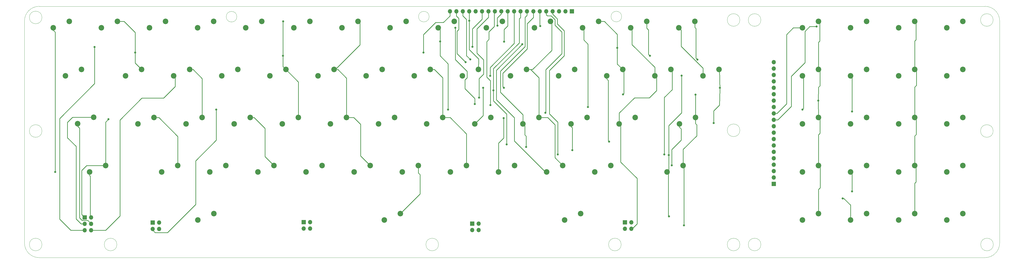
<source format=gbl>
G04 #@! TF.GenerationSoftware,KiCad,Pcbnew,(5.1.7)-1*
G04 #@! TF.CreationDate,2020-12-18T21:48:47-05:00*
G04 #@! TF.ProjectId,petkn,7065746b-6e2e-46b6-9963-61645f706362,rev?*
G04 #@! TF.SameCoordinates,Original*
G04 #@! TF.FileFunction,Copper,L2,Bot*
G04 #@! TF.FilePolarity,Positive*
%FSLAX46Y46*%
G04 Gerber Fmt 4.6, Leading zero omitted, Abs format (unit mm)*
G04 Created by KiCad (PCBNEW (5.1.7)-1) date 2020-12-18 21:48:47*
%MOMM*%
%LPD*%
G01*
G04 APERTURE LIST*
G04 #@! TA.AperFunction,Profile*
%ADD10C,0.050000*%
G04 #@! TD*
G04 #@! TA.AperFunction,ComponentPad*
%ADD11C,2.200000*%
G04 #@! TD*
G04 #@! TA.AperFunction,ComponentPad*
%ADD12O,1.700000X1.700000*%
G04 #@! TD*
G04 #@! TA.AperFunction,ComponentPad*
%ADD13R,1.700000X1.700000*%
G04 #@! TD*
G04 #@! TA.AperFunction,ViaPad*
%ADD14C,0.800000*%
G04 #@! TD*
G04 #@! TA.AperFunction,Conductor*
%ADD15C,0.250000*%
G04 #@! TD*
G04 APERTURE END LIST*
D10*
X101351853Y-52705000D02*
G75*
G03*
X101351853Y-52705000I-2101353J0D01*
G01*
X253688353Y-52641500D02*
G75*
G03*
X253688353Y-52641500I-2101353J0D01*
G01*
X177482853Y-52666500D02*
G75*
G03*
X177482853Y-52666500I-2101353J0D01*
G01*
X300500000Y-143002000D02*
G75*
G03*
X300500000Y-143002000I-2500000J0D01*
G01*
X300500000Y-54000000D02*
G75*
G03*
X300500000Y-54000000I-2500000J0D01*
G01*
X300500000Y-97726500D02*
G75*
G03*
X300500000Y-97726500I-2500000J0D01*
G01*
X17272000Y-54419500D02*
X17272000Y-142367000D01*
X403352000Y-54419500D02*
X403352000Y-142367000D01*
X23114000Y-48577500D02*
X397510000Y-48577500D01*
X24217000Y-98000000D02*
G75*
G03*
X24217000Y-98000000I-2500000J0D01*
G01*
X24217000Y-53000000D02*
G75*
G03*
X24217000Y-53000000I-2500000J0D01*
G01*
X400772000Y-98000000D02*
G75*
G03*
X400772000Y-98000000I-2500000J0D01*
G01*
X23114000Y-148209000D02*
X397510000Y-148209000D01*
X397510000Y-48577500D02*
G75*
G02*
X403352000Y-54419500I0J-5842000D01*
G01*
X53871500Y-143000000D02*
G75*
G03*
X53871500Y-143000000I-2500000J0D01*
G01*
X24217000Y-143000000D02*
G75*
G03*
X24217000Y-143000000I-2500000J0D01*
G01*
X181189000Y-143000000D02*
G75*
G03*
X181189000Y-143000000I-2500000J0D01*
G01*
X253515500Y-143000000D02*
G75*
G03*
X253515500Y-143000000I-2500000J0D01*
G01*
X308824000Y-143000000D02*
G75*
G03*
X308824000Y-143000000I-2500000J0D01*
G01*
X400835500Y-143000000D02*
G75*
G03*
X400835500Y-143000000I-2500000J0D01*
G01*
X17272000Y-54419500D02*
G75*
G02*
X23114000Y-48577500I5842000J0D01*
G01*
X403352000Y-142367000D02*
G75*
G02*
X397510000Y-148209000I-5842000J0D01*
G01*
X308824000Y-54000000D02*
G75*
G03*
X308824000Y-54000000I-2500000J0D01*
G01*
X23114000Y-148209000D02*
G75*
G02*
X17272000Y-142367000I0J5842000D01*
G01*
X400772000Y-54000000D02*
G75*
G03*
X400772000Y-54000000I-2500000J0D01*
G01*
D11*
X159728000Y-133286500D03*
X166078000Y-130746500D03*
D12*
X70548500Y-136842500D03*
X68008500Y-136842500D03*
X70548500Y-134302500D03*
D13*
X68008500Y-134302500D03*
D12*
X130365500Y-136652000D03*
X127825500Y-136652000D03*
X130365500Y-134112000D03*
D13*
X127825500Y-134112000D03*
D12*
X197040500Y-137223500D03*
X194500500Y-137223500D03*
X197040500Y-134683500D03*
D13*
X194500500Y-134683500D03*
D12*
X257556000Y-136715500D03*
X255016000Y-136715500D03*
X257556000Y-134175500D03*
D13*
X255016000Y-134175500D03*
D12*
X43688000Y-137350500D03*
X41148000Y-137350500D03*
X43688000Y-134810500D03*
X41148000Y-134810500D03*
X43688000Y-132270500D03*
D13*
X41148000Y-132270500D03*
D11*
X38354000Y-95123000D03*
X44704000Y-92583000D03*
X85915500Y-133286500D03*
X92265500Y-130746500D03*
X35052000Y-54546500D03*
X28702000Y-57086500D03*
X271691000Y-114251500D03*
X278041000Y-111711500D03*
X187452000Y-54546500D03*
X181102000Y-57086500D03*
D12*
X313944000Y-70739000D03*
X313944000Y-73279000D03*
X313944000Y-75819000D03*
X313944000Y-78359000D03*
X313944000Y-80899000D03*
X313944000Y-83439000D03*
X313944000Y-85979000D03*
X313944000Y-88519000D03*
X313944000Y-91059000D03*
X313944000Y-93599000D03*
X313944000Y-96139000D03*
X313944000Y-98679000D03*
X313944000Y-101219000D03*
X313944000Y-103759000D03*
X313944000Y-106299000D03*
X313944000Y-108839000D03*
X313944000Y-111379000D03*
X313944000Y-113919000D03*
X313944000Y-116459000D03*
D13*
X313944000Y-118999000D03*
D11*
X200152000Y-57086500D03*
X206502000Y-54546500D03*
X196977000Y-73596500D03*
X190627000Y-76136500D03*
X66802000Y-57086500D03*
X73152000Y-54546500D03*
X219202000Y-57086500D03*
X225552000Y-54546500D03*
X344297000Y-133286500D03*
X350647000Y-130746500D03*
X111252000Y-54546500D03*
X104902000Y-57086500D03*
X143002000Y-57086500D03*
X149352000Y-54546500D03*
X231140000Y-133286500D03*
X237490000Y-130746500D03*
X276606000Y-95186500D03*
X282956000Y-92646500D03*
X43053000Y-114236500D03*
X49403000Y-111696500D03*
X33464500Y-76136500D03*
X39814500Y-73596500D03*
D12*
X185737500Y-50546000D03*
X188277500Y-50546000D03*
X190817500Y-50546000D03*
X193357500Y-50546000D03*
X195897500Y-50546000D03*
X198437500Y-50546000D03*
X200977500Y-50546000D03*
X203517500Y-50546000D03*
X206057500Y-50546000D03*
X208597500Y-50546000D03*
X211137500Y-50546000D03*
X213677500Y-50546000D03*
X216217500Y-50546000D03*
X218757500Y-50546000D03*
X221297500Y-50546000D03*
X223837500Y-50546000D03*
X226377500Y-50546000D03*
X228917500Y-50546000D03*
X231457500Y-50546000D03*
D13*
X233997500Y-50546000D03*
D11*
X388747000Y-130746500D03*
X382397000Y-133286500D03*
X252730000Y-95186500D03*
X259080000Y-92646500D03*
X273177000Y-73596500D03*
X266827000Y-76136500D03*
X263652000Y-54546500D03*
X257302000Y-57086500D03*
X369697000Y-130746500D03*
X363347000Y-133286500D03*
X325247000Y-133286500D03*
X331597000Y-130746500D03*
X285877000Y-76136500D03*
X292227000Y-73596500D03*
X276352000Y-57086500D03*
X282702000Y-54546500D03*
X388747000Y-111696500D03*
X382397000Y-114236500D03*
X344297000Y-114236500D03*
X350647000Y-111696500D03*
X243078000Y-114236500D03*
X249428000Y-111696500D03*
X211328000Y-111696500D03*
X204978000Y-114236500D03*
X166878000Y-114236500D03*
X173228000Y-111696500D03*
X135128000Y-111696500D03*
X128778000Y-114236500D03*
X90678000Y-114236500D03*
X97028000Y-111696500D03*
X369697000Y-111696500D03*
X363347000Y-114236500D03*
X325247000Y-114236500D03*
X331597000Y-111696500D03*
X224028000Y-114236500D03*
X230378000Y-111696500D03*
X192278000Y-111696500D03*
X185928000Y-114236500D03*
X147828000Y-114236500D03*
X154178000Y-111696500D03*
X116078000Y-111696500D03*
X109728000Y-114236500D03*
X71628000Y-114236500D03*
X77978000Y-111696500D03*
X388747000Y-92646500D03*
X382397000Y-95186500D03*
X344297000Y-95186500D03*
X350647000Y-92646500D03*
X233680000Y-95186500D03*
X240030000Y-92646500D03*
X201930000Y-92646500D03*
X195580000Y-95186500D03*
X157480000Y-95186500D03*
X163830000Y-92646500D03*
X125730000Y-92646500D03*
X119380000Y-95186500D03*
X81280000Y-95186500D03*
X87630000Y-92646500D03*
X369697000Y-92646500D03*
X363347000Y-95186500D03*
X325247000Y-95186500D03*
X331597000Y-92646500D03*
X214630000Y-95186500D03*
X220980000Y-92646500D03*
X182880000Y-92646500D03*
X176530000Y-95186500D03*
X138430000Y-95186500D03*
X144780000Y-92646500D03*
X106680000Y-92646500D03*
X100330000Y-95186500D03*
X62230000Y-95186500D03*
X68580000Y-92646500D03*
X388747000Y-73596500D03*
X382397000Y-76136500D03*
X344297000Y-76136500D03*
X350647000Y-73596500D03*
X228727000Y-76136500D03*
X235077000Y-73596500D03*
X152527000Y-76136500D03*
X158877000Y-73596500D03*
X120777000Y-73596500D03*
X114427000Y-76136500D03*
X76327000Y-76136500D03*
X82677000Y-73596500D03*
X369697000Y-73596500D03*
X363347000Y-76136500D03*
X325247000Y-76136500D03*
X331597000Y-73596500D03*
X254127000Y-73596500D03*
X247777000Y-76136500D03*
X209677000Y-76136500D03*
X216027000Y-73596500D03*
X177927000Y-73596500D03*
X171577000Y-76136500D03*
X133477000Y-76136500D03*
X139827000Y-73596500D03*
X101727000Y-73596500D03*
X95377000Y-76136500D03*
X57277000Y-76136500D03*
X63627000Y-73596500D03*
X388747000Y-54546500D03*
X382397000Y-57086500D03*
X344297000Y-57086500D03*
X350647000Y-54546500D03*
X369697000Y-54546500D03*
X363347000Y-57086500D03*
X325247000Y-57086500D03*
X331597000Y-54546500D03*
X244602000Y-54546500D03*
X238252000Y-57086500D03*
X168402000Y-54546500D03*
X162052000Y-57086500D03*
X123952000Y-57086500D03*
X130302000Y-54546500D03*
X92202000Y-54546500D03*
X85852000Y-57086500D03*
X47752000Y-57086500D03*
X54102000Y-54546500D03*
D14*
X175260000Y-66929000D03*
X61087000Y-66929000D03*
X50546000Y-93345000D03*
X204533500Y-56197500D03*
X240347500Y-88519000D03*
X195516500Y-87312500D03*
X187833000Y-57086500D03*
X191897000Y-70675500D03*
X119697500Y-54546500D03*
X119634000Y-68199000D03*
X264858500Y-68199000D03*
X193738500Y-69596000D03*
X283654500Y-69659500D03*
X193357500Y-54292500D03*
X270573500Y-107315000D03*
X290131500Y-94869000D03*
X292544500Y-80899000D03*
X194627500Y-64579500D03*
X251968000Y-65024000D03*
X282956000Y-83566000D03*
X254254000Y-83502500D03*
X45021500Y-64706500D03*
X278320500Y-135382000D03*
X331533500Y-85979000D03*
X197231000Y-84772500D03*
X201739500Y-87693500D03*
X330832395Y-56581105D03*
X184975500Y-89535000D03*
X181800500Y-62484000D03*
X207126442Y-62600442D03*
X93218000Y-89535000D03*
X201612500Y-76136500D03*
X325247000Y-89471500D03*
X248729500Y-102171500D03*
X202946000Y-81915000D03*
X344932000Y-90233500D03*
X208153000Y-103314500D03*
X215836500Y-104330500D03*
X207073500Y-80899000D03*
X198882000Y-80899000D03*
X234188000Y-105600500D03*
X214376000Y-63627000D03*
X221488000Y-56388000D03*
X273494500Y-111633000D03*
X344868500Y-121920000D03*
X207010000Y-92900500D03*
X223520000Y-90741500D03*
X272415000Y-131826000D03*
X29400500Y-114236500D03*
X228409500Y-107315000D03*
X272351500Y-107569000D03*
X277431500Y-76009500D03*
X341185500Y-124714000D03*
D15*
X68580000Y-92646500D02*
X70485000Y-92646500D01*
X77978000Y-100139500D02*
X77978000Y-111696500D01*
X70485000Y-92646500D02*
X77978000Y-100139500D01*
X82677000Y-73596500D02*
X84010500Y-73596500D01*
X87630000Y-77216000D02*
X87630000Y-92646500D01*
X84010500Y-73596500D02*
X87630000Y-77216000D01*
X54102000Y-54546500D02*
X56705500Y-54546500D01*
X56705500Y-54546500D02*
X61087000Y-58928000D01*
X61087000Y-71056500D02*
X63627000Y-73596500D01*
X61087000Y-58928000D02*
X61087000Y-71056500D01*
X185737500Y-50546000D02*
X185737500Y-52387500D01*
X185737500Y-52387500D02*
X183134000Y-54991000D01*
X180086000Y-54991000D02*
X175260000Y-59817000D01*
X183134000Y-54991000D02*
X180086000Y-54991000D01*
X175260000Y-66929000D02*
X175260000Y-59817000D01*
X49403000Y-94488000D02*
X49403000Y-111696500D01*
X50546000Y-93345000D02*
X49403000Y-94488000D01*
X39941500Y-113601500D02*
X39941500Y-131064000D01*
X41846500Y-111696500D02*
X39941500Y-113601500D01*
X39941500Y-131064000D02*
X41148000Y-132270500D01*
X49403000Y-111696500D02*
X41846500Y-111696500D01*
X313944000Y-91059000D02*
X315150500Y-91059000D01*
X315150500Y-91059000D02*
X318960500Y-87249000D01*
X318960500Y-87249000D02*
X318960500Y-59753500D01*
X321627500Y-57086500D02*
X325247000Y-57086500D01*
X318960500Y-59753500D02*
X321627500Y-57086500D01*
X206057500Y-51562000D02*
X206057500Y-50546000D01*
X204438250Y-56102250D02*
X204438250Y-53181250D01*
X204533500Y-56197500D02*
X204438250Y-56102250D01*
X204438250Y-53181250D02*
X206057500Y-51562000D01*
X240347500Y-88519000D02*
X240347500Y-63563500D01*
X240347500Y-63563500D02*
X238696500Y-61912500D01*
X238696500Y-57531000D02*
X238252000Y-57086500D01*
X238696500Y-61912500D02*
X238696500Y-57531000D01*
X195516500Y-87312500D02*
X195516500Y-85090000D01*
X195516500Y-85090000D02*
X191643000Y-81216500D01*
X191643000Y-81216500D02*
X191643000Y-77724000D01*
X187833000Y-64960500D02*
X187833000Y-57086500D01*
X192500250Y-76866750D02*
X192500250Y-74326750D01*
X191643000Y-77724000D02*
X192500250Y-76866750D01*
X187833000Y-69659500D02*
X187833000Y-64960500D01*
X192500250Y-74326750D02*
X187833000Y-69659500D01*
X106680000Y-92646500D02*
X108204000Y-92646500D01*
X108204000Y-92646500D02*
X112522000Y-96964500D01*
X112522000Y-108140500D02*
X116078000Y-111696500D01*
X112522000Y-96964500D02*
X112522000Y-108140500D01*
X119697500Y-54546500D02*
X119634000Y-54610000D01*
X119634000Y-72453500D02*
X120777000Y-73596500D01*
X125730000Y-78549500D02*
X120777000Y-73596500D01*
X125730000Y-92646500D02*
X125730000Y-78549500D01*
X191897000Y-70675500D02*
X191770000Y-70548500D01*
X119634000Y-54610000D02*
X119634000Y-68199000D01*
X119634000Y-68199000D02*
X119634000Y-72453500D01*
X263652000Y-54546500D02*
X263652000Y-57277000D01*
X263652000Y-57277000D02*
X264287000Y-57912000D01*
X264287000Y-57912000D02*
X264287000Y-67627500D01*
X264287000Y-67627500D02*
X264858500Y-68199000D01*
X188531500Y-67310000D02*
X191897000Y-70675500D01*
X188531500Y-58420000D02*
X188531500Y-67310000D01*
X189230000Y-57721500D02*
X188531500Y-58420000D01*
X189230000Y-53340000D02*
X189230000Y-57721500D01*
X188277500Y-52387500D02*
X189230000Y-53340000D01*
X188277500Y-50546000D02*
X188277500Y-52387500D01*
X173228000Y-111696500D02*
X173228000Y-114617500D01*
X173228000Y-114617500D02*
X173863000Y-115252500D01*
X173863000Y-122961500D02*
X166078000Y-130746500D01*
X173863000Y-115252500D02*
X173863000Y-122961500D01*
X139827000Y-73596500D02*
X141351000Y-73596500D01*
X144780000Y-77025500D02*
X144780000Y-92646500D01*
X141351000Y-73596500D02*
X144780000Y-77025500D01*
X144780000Y-92646500D02*
X147637500Y-92646500D01*
X147637500Y-92646500D02*
X150368000Y-95377000D01*
X150368000Y-107886500D02*
X154178000Y-111696500D01*
X150368000Y-95377000D02*
X150368000Y-107886500D01*
X139827000Y-73596500D02*
X140335000Y-73596500D01*
X140335000Y-73596500D02*
X150050500Y-63881000D01*
X150050500Y-55245000D02*
X149352000Y-54546500D01*
X150050500Y-63881000D02*
X150050500Y-55245000D01*
X193738500Y-69596000D02*
X192278000Y-68135500D01*
X192278000Y-68135500D02*
X192278000Y-53784500D01*
X190817500Y-52324000D02*
X190817500Y-50546000D01*
X192278000Y-53784500D02*
X190817500Y-52324000D01*
X282702000Y-54546500D02*
X282702000Y-56959500D01*
X282702000Y-56959500D02*
X283083000Y-57340500D01*
X283083000Y-69088000D02*
X283654500Y-69659500D01*
X283083000Y-57340500D02*
X283083000Y-69088000D01*
X177927000Y-73596500D02*
X179578000Y-73596500D01*
X182880000Y-76898500D02*
X182880000Y-92646500D01*
X179578000Y-73596500D02*
X182880000Y-76898500D01*
X182880000Y-92646500D02*
X185801000Y-92646500D01*
X192278000Y-99123500D02*
X192278000Y-111696500D01*
X185801000Y-92646500D02*
X192278000Y-99123500D01*
X193357500Y-54292500D02*
X193548000Y-54102000D01*
X193357500Y-65722500D02*
X197040500Y-69405500D01*
X197040500Y-69405500D02*
X196977000Y-73596500D01*
X193357500Y-54292500D02*
X193357500Y-65722500D01*
X193421000Y-54229000D02*
X193357500Y-54292500D01*
X273685000Y-74104500D02*
X273177000Y-73596500D01*
X273685000Y-81597500D02*
X273685000Y-74104500D01*
X270573500Y-84709000D02*
X273685000Y-81597500D01*
X270573500Y-107315000D02*
X270573500Y-84709000D01*
X193357500Y-54292500D02*
X193357500Y-50546000D01*
X216027000Y-73596500D02*
X217678000Y-73596500D01*
X220980000Y-76898500D02*
X220980000Y-92646500D01*
X217678000Y-73596500D02*
X220980000Y-76898500D01*
X220980000Y-92646500D02*
X224409000Y-92646500D01*
X224409000Y-92646500D02*
X227266500Y-95504000D01*
X227266500Y-108585000D02*
X230378000Y-111696500D01*
X227266500Y-95504000D02*
X227266500Y-108585000D01*
X226060000Y-55054500D02*
X225552000Y-54546500D01*
X218440000Y-73596500D02*
X225996500Y-66040000D01*
X216027000Y-73596500D02*
X218440000Y-73596500D01*
X225996500Y-66040000D02*
X226060000Y-55054500D01*
X290131500Y-89979500D02*
X290131500Y-94869000D01*
X292417500Y-87693500D02*
X290131500Y-89979500D01*
X292417500Y-73787000D02*
X292227000Y-73596500D01*
X292544500Y-81661000D02*
X292417500Y-73787000D01*
X292544500Y-81661000D02*
X292417500Y-87693500D01*
X244602000Y-54546500D02*
X246824500Y-54546500D01*
X246824500Y-54546500D02*
X251968000Y-59690000D01*
X251968000Y-71437500D02*
X254127000Y-73596500D01*
X251968000Y-59690000D02*
X251968000Y-65024000D01*
X251968000Y-65024000D02*
X251968000Y-71437500D01*
X278320500Y-111991000D02*
X278041000Y-111711500D01*
X278320500Y-130048000D02*
X278320500Y-111991000D01*
X194627500Y-57467500D02*
X194627500Y-64579500D01*
X198437500Y-53657500D02*
X194627500Y-57467500D01*
X198437500Y-50546000D02*
X198437500Y-53657500D01*
X282956000Y-92646500D02*
X282956000Y-95059500D01*
X282956000Y-95059500D02*
X283400500Y-95504000D01*
X283400500Y-95504000D02*
X283400500Y-99885500D01*
X278041000Y-105245000D02*
X278041000Y-111711500D01*
X283400500Y-99885500D02*
X278041000Y-105245000D01*
X282956000Y-84455000D02*
X282956000Y-92646500D01*
X282956000Y-83566000D02*
X282956000Y-84455000D01*
X254254000Y-83502500D02*
X254571500Y-83185000D01*
X254571500Y-74041000D02*
X254127000Y-73596500D01*
X254571500Y-83185000D02*
X254571500Y-74041000D01*
X35623500Y-137350500D02*
X41148000Y-137350500D01*
X31178500Y-132905500D02*
X35623500Y-137350500D01*
X31178500Y-93027500D02*
X31178500Y-132905500D01*
X45021500Y-79184500D02*
X31178500Y-93027500D01*
X45021500Y-64706500D02*
X45021500Y-79184500D01*
X278320500Y-130048000D02*
X278320500Y-135382000D01*
X331597000Y-130746500D02*
X331597000Y-121158000D01*
X331597000Y-121158000D02*
X332295500Y-120459500D01*
X332295500Y-112395000D02*
X331597000Y-111696500D01*
X332295500Y-120459500D02*
X332295500Y-112395000D01*
X331597000Y-111696500D02*
X331597000Y-99504500D01*
X331597000Y-99504500D02*
X332168500Y-98933000D01*
X332168500Y-93218000D02*
X331597000Y-92646500D01*
X332168500Y-98933000D02*
X332168500Y-93218000D01*
X331597000Y-80645000D02*
X332168500Y-80073500D01*
X332168500Y-74168000D02*
X331597000Y-73596500D01*
X332168500Y-80073500D02*
X332168500Y-74168000D01*
X331597000Y-73596500D02*
X331597000Y-62801500D01*
X331597000Y-62801500D02*
X332105000Y-62293500D01*
X332105000Y-55054500D02*
X331597000Y-54546500D01*
X332105000Y-62293500D02*
X332105000Y-55054500D01*
X331406500Y-85979000D02*
X331533500Y-86106000D01*
X331597000Y-92646500D02*
X331533500Y-86106000D01*
X331533500Y-86106000D02*
X331597000Y-80645000D01*
X200977500Y-52959000D02*
X200977500Y-50546000D01*
X196405500Y-57531000D02*
X200977500Y-52959000D01*
X196405500Y-67183000D02*
X196405500Y-57531000D01*
X199009000Y-75438000D02*
X199009000Y-69786500D01*
X199009000Y-69786500D02*
X196405500Y-67183000D01*
X197231000Y-77216000D02*
X199009000Y-75438000D01*
X197231000Y-84772500D02*
X197231000Y-77216000D01*
X369697000Y-130746500D02*
X369697000Y-118681500D01*
X369697000Y-118681500D02*
X370205000Y-118173500D01*
X370205000Y-112204500D02*
X369697000Y-111696500D01*
X370205000Y-118173500D02*
X370205000Y-112204500D01*
X369697000Y-111696500D02*
X369697000Y-99949000D01*
X369697000Y-99949000D02*
X370268500Y-99377500D01*
X370268500Y-93218000D02*
X369697000Y-92646500D01*
X370268500Y-99377500D02*
X370268500Y-93218000D01*
X369697000Y-92646500D02*
X369697000Y-80581500D01*
X369697000Y-80581500D02*
X370395500Y-79883000D01*
X370395500Y-74295000D02*
X369697000Y-73596500D01*
X370395500Y-79883000D02*
X370395500Y-74295000D01*
X369697000Y-73596500D02*
X369697000Y-62293500D01*
X369697000Y-62293500D02*
X370205000Y-61785500D01*
X370205000Y-55054500D02*
X369697000Y-54546500D01*
X370205000Y-61785500D02*
X370205000Y-55054500D01*
X203263500Y-50800000D02*
X203517500Y-50546000D01*
X203263500Y-56578500D02*
X203263500Y-50800000D01*
X201168000Y-58674000D02*
X203263500Y-56578500D01*
X201168000Y-61658500D02*
X201168000Y-58674000D01*
X200279000Y-62547500D02*
X201168000Y-61658500D01*
X200279000Y-76644500D02*
X200279000Y-62547500D01*
X201739500Y-78105000D02*
X200279000Y-76644500D01*
X201739500Y-87693500D02*
X201739500Y-78105000D01*
X313944000Y-93599000D02*
X315531500Y-93599000D01*
X315531500Y-93599000D02*
X320865500Y-88265000D01*
X320865500Y-88265000D02*
X320865500Y-76263500D01*
X320865500Y-76263500D02*
X326263000Y-70866000D01*
X326263000Y-70866000D02*
X326263000Y-58483500D01*
X326263000Y-58483500D02*
X328168000Y-56578500D01*
X330829790Y-56578500D02*
X330832395Y-56581105D01*
X328168000Y-56578500D02*
X330829790Y-56578500D01*
X184975500Y-89535000D02*
X184975500Y-71374000D01*
X184975500Y-71374000D02*
X181800500Y-68199000D01*
X181800500Y-68199000D02*
X181800500Y-62484000D01*
X181800500Y-57785000D02*
X181102000Y-57086500D01*
X181800500Y-62484000D02*
X181800500Y-57785000D01*
X208597500Y-50546000D02*
X208597500Y-56324500D01*
X207126442Y-57795558D02*
X207126442Y-62600442D01*
X208597500Y-56324500D02*
X207126442Y-57795558D01*
X68008500Y-136842500D02*
X68008500Y-137287000D01*
X68008500Y-137287000D02*
X68961000Y-138239500D01*
X68961000Y-138239500D02*
X73850500Y-138239500D01*
X73850500Y-138239500D02*
X85026500Y-127063500D01*
X85026500Y-127063500D02*
X85026500Y-109791500D01*
X85026500Y-109791500D02*
X93218000Y-101600000D01*
X93218000Y-101600000D02*
X93218000Y-89535000D01*
X201612500Y-72834500D02*
X201612500Y-76136500D01*
X325247000Y-89471500D02*
X325691500Y-89027000D01*
X325691500Y-76581000D02*
X325247000Y-76136500D01*
X325691500Y-89027000D02*
X325691500Y-76581000D01*
X247777000Y-76136500D02*
X247777000Y-77343000D01*
X247777000Y-77343000D02*
X248412000Y-77978000D01*
X248412000Y-77978000D02*
X248412000Y-101854000D01*
X248412000Y-101854000D02*
X248729500Y-102171500D01*
X211137500Y-63309500D02*
X211074000Y-63373000D01*
X211137500Y-50546000D02*
X211137500Y-63309500D01*
X211074000Y-63373000D02*
X201612500Y-72834500D01*
X344932000Y-76771500D02*
X344297000Y-76136500D01*
X344932000Y-90233500D02*
X344932000Y-76771500D01*
X213169500Y-63055500D02*
X202946000Y-73279000D01*
X202946000Y-73279000D02*
X202946000Y-81915000D01*
X208153000Y-103314500D02*
X208153000Y-91249500D01*
X202946000Y-86042500D02*
X202946000Y-81915000D01*
X208153000Y-91249500D02*
X202946000Y-86042500D01*
X213169500Y-63055500D02*
X213169500Y-53530500D01*
X213677500Y-53022500D02*
X213677500Y-50546000D01*
X213169500Y-53530500D02*
X213677500Y-53022500D01*
X76962000Y-80327500D02*
X76962000Y-76771500D01*
X72326500Y-84963000D02*
X76962000Y-80327500D01*
X63754000Y-84963000D02*
X72326500Y-84963000D01*
X55054500Y-93662500D02*
X63754000Y-84963000D01*
X55054500Y-131699000D02*
X55054500Y-93662500D01*
X76962000Y-76771500D02*
X76327000Y-76136500D01*
X49403000Y-137350500D02*
X55054500Y-131699000D01*
X43688000Y-137350500D02*
X49403000Y-137350500D01*
X215392000Y-99568000D02*
X215392000Y-95948500D01*
X215836500Y-104330500D02*
X215836500Y-100012500D01*
X215392000Y-95948500D02*
X214630000Y-95186500D01*
X215836500Y-100012500D02*
X215392000Y-99568000D01*
X216217500Y-52133500D02*
X216217500Y-50546000D01*
X215423750Y-52927250D02*
X216217500Y-52133500D01*
X215423750Y-64547750D02*
X215423750Y-52927250D01*
X205740000Y-74231500D02*
X215423750Y-64547750D01*
X205740000Y-82613500D02*
X205740000Y-74231500D01*
X214630000Y-91503500D02*
X205740000Y-82613500D01*
X214630000Y-95186500D02*
X214630000Y-91503500D01*
X198882000Y-91884500D02*
X195580000Y-95186500D01*
X198882000Y-80899000D02*
X198882000Y-91884500D01*
X233680000Y-95186500D02*
X233680000Y-96202500D01*
X233680000Y-96202500D02*
X234188000Y-96710500D01*
X234188000Y-96710500D02*
X234188000Y-105600500D01*
X218757500Y-53022500D02*
X218757500Y-50546000D01*
X216281000Y-55499000D02*
X218757500Y-53022500D01*
X216281000Y-65468500D02*
X216281000Y-55499000D01*
X206629000Y-75120500D02*
X216281000Y-65468500D01*
X206629000Y-80454500D02*
X206629000Y-75120500D01*
X207073500Y-80899000D02*
X206629000Y-80454500D01*
X223520000Y-114236500D02*
X224028000Y-114236500D01*
X211201000Y-101917500D02*
X223520000Y-114236500D01*
X211201000Y-92710000D02*
X211201000Y-101917500D01*
X204089000Y-73914000D02*
X204089000Y-85598000D01*
X204089000Y-85598000D02*
X211201000Y-92710000D01*
X214376000Y-63627000D02*
X204089000Y-73914000D01*
X221361000Y-56261000D02*
X221488000Y-56388000D01*
X221297500Y-56197500D02*
X221488000Y-56388000D01*
X221297500Y-50546000D02*
X221297500Y-56197500D01*
X276606000Y-95186500D02*
X276606000Y-96520000D01*
X276606000Y-96520000D02*
X277241000Y-97155000D01*
X277241000Y-97155000D02*
X277241000Y-101600000D01*
X277241000Y-101600000D02*
X273494500Y-105346500D01*
X273494500Y-105346500D02*
X273494500Y-111633000D01*
X344868500Y-114808000D02*
X344297000Y-114236500D01*
X344868500Y-121920000D02*
X344868500Y-114808000D01*
X207010000Y-100774500D02*
X204978000Y-102806500D01*
X207010000Y-92900500D02*
X207010000Y-100774500D01*
X204978000Y-102806500D02*
X204978000Y-114236500D01*
X223837500Y-51879500D02*
X223837500Y-50546000D01*
X224282000Y-52324000D02*
X223837500Y-51879500D01*
X227330000Y-53848000D02*
X225806000Y-52324000D01*
X225806000Y-52324000D02*
X224282000Y-52324000D01*
X229997000Y-58737500D02*
X227330000Y-56070500D01*
X229997000Y-67310000D02*
X229997000Y-58737500D01*
X227330000Y-56070500D02*
X227330000Y-53848000D01*
X223647000Y-73660000D02*
X229997000Y-67310000D01*
X223647000Y-90614500D02*
X223647000Y-73660000D01*
X223520000Y-90741500D02*
X223647000Y-90614500D01*
X43053000Y-114236500D02*
X43053000Y-115633500D01*
X43053000Y-115633500D02*
X43307000Y-115887500D01*
X272415000Y-131826000D02*
X272161000Y-131572000D01*
X272161000Y-114721500D02*
X271691000Y-114251500D01*
X272161000Y-131572000D02*
X272161000Y-114721500D01*
X277241000Y-64452500D02*
X277241000Y-57975500D01*
X285877000Y-76136500D02*
X285877000Y-73088500D01*
X277241000Y-57975500D02*
X276352000Y-57086500D01*
X285877000Y-73088500D02*
X277241000Y-64452500D01*
X28702000Y-57086500D02*
X28702000Y-58102500D01*
X28702000Y-58102500D02*
X29400500Y-58801000D01*
X29400500Y-58801000D02*
X29400500Y-114236500D01*
X226377500Y-50546000D02*
X226377500Y-51689000D01*
X226377500Y-51689000D02*
X227647500Y-52959000D01*
X227647500Y-52959000D02*
X228092000Y-53403500D01*
X228092000Y-53403500D02*
X228219000Y-53530500D01*
X228219000Y-53530500D02*
X228219000Y-55562500D01*
X228219000Y-55562500D02*
X230949500Y-58293000D01*
X230949500Y-58293000D02*
X230949500Y-68135500D01*
X230949500Y-68135500D02*
X225107500Y-73977500D01*
X225107500Y-73977500D02*
X225107500Y-91186000D01*
X225107500Y-91186000D02*
X228409500Y-94488000D01*
X228409500Y-94488000D02*
X228409500Y-107315000D01*
X272351500Y-113591000D02*
X271691000Y-114251500D01*
X272351500Y-107569000D02*
X272351500Y-113591000D01*
X272351500Y-107569000D02*
X272351500Y-95821500D01*
X277431500Y-90741500D02*
X277431500Y-90678000D01*
X272351500Y-95821500D02*
X277431500Y-90741500D01*
X277431500Y-90678000D02*
X277431500Y-76009500D01*
X43307000Y-131889500D02*
X43688000Y-132270500D01*
X43307000Y-115887500D02*
X43307000Y-131889500D01*
X252730000Y-95186500D02*
X252730000Y-90868500D01*
X252730000Y-90868500D02*
X258762500Y-84836000D01*
X258762500Y-84836000D02*
X264668000Y-84836000D01*
X264668000Y-84836000D02*
X267525500Y-81978500D01*
X267525500Y-76835000D02*
X266827000Y-76136500D01*
X267525500Y-81978500D02*
X267525500Y-76835000D01*
X266827000Y-76136500D02*
X266827000Y-72771000D01*
X266827000Y-72771000D02*
X257810000Y-63754000D01*
X257810000Y-57594500D02*
X257302000Y-57086500D01*
X257810000Y-63754000D02*
X257810000Y-57594500D01*
X341185500Y-124714000D02*
X341630000Y-124714000D01*
X344297000Y-127381000D02*
X344297000Y-133286500D01*
X341630000Y-124714000D02*
X344297000Y-127381000D01*
X253301500Y-95758000D02*
X252730000Y-95186500D01*
X253301500Y-110299500D02*
X253301500Y-95758000D01*
X259778500Y-116776500D02*
X253301500Y-110299500D01*
X259778500Y-134810500D02*
X259778500Y-116776500D01*
X257873500Y-136715500D02*
X259778500Y-134810500D01*
X257556000Y-136715500D02*
X257873500Y-136715500D01*
X38354000Y-95123000D02*
X38354000Y-96139000D01*
X38354000Y-96139000D02*
X39052500Y-96837500D01*
X39052500Y-96837500D02*
X39052500Y-132461000D01*
X39052500Y-132461000D02*
X40068500Y-133477000D01*
X42354500Y-133477000D02*
X43688000Y-134810500D01*
X40068500Y-133477000D02*
X42354500Y-133477000D01*
X41148000Y-134810500D02*
X39687500Y-134810500D01*
X39687500Y-134810500D02*
X37719000Y-132842000D01*
X37719000Y-132842000D02*
X37719000Y-104076500D01*
X37719000Y-104076500D02*
X34290000Y-100647500D01*
X34290000Y-100647500D02*
X34290000Y-94551500D01*
X36258500Y-92583000D02*
X44704000Y-92583000D01*
X34290000Y-94551500D02*
X36258500Y-92583000D01*
M02*

</source>
